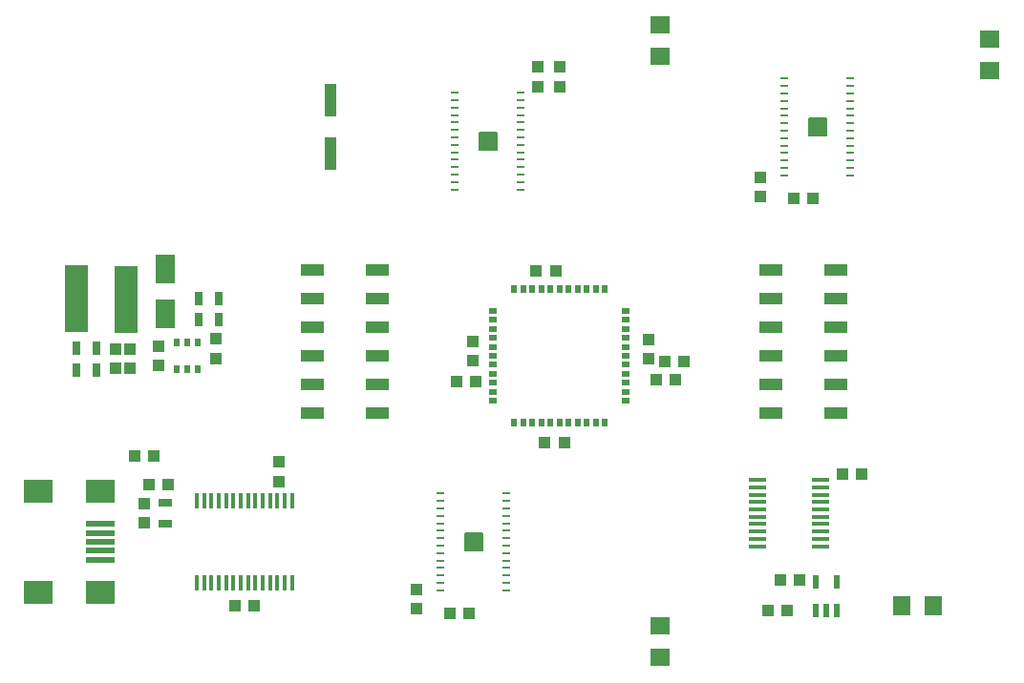
<source format=gtp>
G75*
G70*
%OFA0B0*%
%FSLAX24Y24*%
%IPPOS*%
%LPD*%
%AMOC8*
5,1,8,0,0,1.08239X$1,22.5*
%
%ADD10R,0.0315X0.0098*%
%ADD11C,0.0050*%
%ADD12R,0.0394X0.0433*%
%ADD13R,0.0315X0.0472*%
%ADD14R,0.0137X0.0550*%
%ADD15R,0.0433X0.0394*%
%ADD16R,0.0984X0.0197*%
%ADD17R,0.0984X0.0787*%
%ADD18R,0.0472X0.0315*%
%ADD19R,0.0630X0.0118*%
%ADD20R,0.0213X0.0315*%
%ADD21R,0.0315X0.0213*%
%ADD22R,0.0248X0.0315*%
%ADD23R,0.0217X0.0472*%
%ADD24R,0.0787X0.0394*%
%ADD25R,0.0394X0.1161*%
%ADD26R,0.0709X0.0630*%
%ADD27R,0.0630X0.0709*%
%ADD28R,0.0787X0.2362*%
%ADD29R,0.0669X0.0984*%
D10*
X016814Y007012D03*
X016814Y007272D03*
X016814Y007532D03*
X016814Y007792D03*
X016814Y008052D03*
X016814Y008312D03*
X016814Y008572D03*
X016811Y008832D03*
X016814Y009092D03*
X016814Y009352D03*
X016814Y009612D03*
X016814Y009872D03*
X016814Y010132D03*
X016814Y010392D03*
X019114Y010392D03*
X019114Y010132D03*
X019114Y009872D03*
X019114Y009612D03*
X019114Y009352D03*
X019114Y009092D03*
X019116Y008832D03*
X019114Y008572D03*
X019114Y008312D03*
X019114Y008052D03*
X019114Y007792D03*
X019114Y007532D03*
X019114Y007272D03*
X019114Y007012D03*
X019614Y021016D03*
X019614Y021276D03*
X019614Y021536D03*
X019614Y021796D03*
X019614Y022056D03*
X019614Y022316D03*
X019616Y022576D03*
X019614Y022836D03*
X019614Y023096D03*
X019614Y023356D03*
X019614Y023616D03*
X019614Y023876D03*
X019614Y024136D03*
X019614Y024396D03*
X017314Y024396D03*
X017314Y024136D03*
X017314Y023876D03*
X017314Y023616D03*
X017314Y023356D03*
X017314Y023096D03*
X017314Y022836D03*
X017311Y022576D03*
X017314Y022316D03*
X017314Y022056D03*
X017314Y021796D03*
X017314Y021536D03*
X017314Y021276D03*
X017314Y021016D03*
X028814Y021512D03*
X028814Y021772D03*
X028814Y022032D03*
X028814Y022292D03*
X028814Y022552D03*
X028814Y022812D03*
X028814Y023072D03*
X028811Y023332D03*
X028814Y023592D03*
X028814Y023852D03*
X028814Y024112D03*
X028814Y024372D03*
X028814Y024632D03*
X028814Y024892D03*
X031114Y024892D03*
X031114Y024632D03*
X031114Y024372D03*
X031114Y024112D03*
X031114Y023852D03*
X031114Y023592D03*
X031116Y023332D03*
X031114Y023072D03*
X031114Y022812D03*
X031114Y022552D03*
X031114Y022292D03*
X031114Y022032D03*
X031114Y021772D03*
X031114Y021512D03*
D11*
X030259Y022908D02*
X029668Y022908D01*
X029668Y023499D01*
X030259Y023499D01*
X030259Y022908D01*
X030259Y022917D02*
X029668Y022917D01*
X029668Y022965D02*
X030259Y022965D01*
X030259Y023014D02*
X029668Y023014D01*
X029668Y023062D02*
X030259Y023062D01*
X030259Y023111D02*
X029668Y023111D01*
X029668Y023159D02*
X030259Y023159D01*
X030259Y023208D02*
X029668Y023208D01*
X029668Y023256D02*
X030259Y023256D01*
X030259Y023305D02*
X029668Y023305D01*
X029668Y023353D02*
X030259Y023353D01*
X030259Y023402D02*
X029668Y023402D01*
X029668Y023450D02*
X030259Y023450D01*
X030259Y023499D02*
X029668Y023499D01*
X018759Y022999D02*
X018759Y022408D01*
X018168Y022408D01*
X018168Y022999D01*
X018759Y022999D01*
X018759Y022965D02*
X018168Y022965D01*
X018168Y022917D02*
X018759Y022917D01*
X018759Y022868D02*
X018168Y022868D01*
X018168Y022820D02*
X018759Y022820D01*
X018759Y022771D02*
X018168Y022771D01*
X018168Y022723D02*
X018759Y022723D01*
X018759Y022674D02*
X018168Y022674D01*
X018168Y022626D02*
X018759Y022626D01*
X018759Y022577D02*
X018168Y022577D01*
X018168Y022529D02*
X018759Y022529D01*
X018759Y022480D02*
X018168Y022480D01*
X018168Y022432D02*
X018759Y022432D01*
X018259Y008999D02*
X017668Y008999D01*
X017668Y008408D01*
X018259Y008408D01*
X018259Y008999D01*
X018259Y008997D02*
X017668Y008997D01*
X017668Y008949D02*
X018259Y008949D01*
X018259Y008900D02*
X017668Y008900D01*
X017668Y008852D02*
X018259Y008852D01*
X018259Y008803D02*
X017668Y008803D01*
X017668Y008755D02*
X018259Y008755D01*
X018259Y008706D02*
X017668Y008706D01*
X017668Y008658D02*
X018259Y008658D01*
X018259Y008609D02*
X017668Y008609D01*
X017668Y008561D02*
X018259Y008561D01*
X018259Y008512D02*
X017668Y008512D01*
X017668Y008464D02*
X018259Y008464D01*
X018259Y008415D02*
X017668Y008415D01*
D12*
X015964Y007038D03*
X015964Y006369D03*
X011164Y010819D03*
X011164Y011488D03*
X006964Y014869D03*
X006964Y015538D03*
X005964Y015438D03*
X005464Y015438D03*
X005464Y014769D03*
X005964Y014769D03*
X008964Y015119D03*
X008964Y015788D03*
X006464Y010038D03*
X006464Y009369D03*
X017938Y015037D03*
X017938Y015706D03*
X024088Y015756D03*
X024088Y015087D03*
X027964Y020769D03*
X027964Y021438D03*
X020964Y024619D03*
X020964Y025288D03*
X020214Y025288D03*
X020214Y024619D03*
D13*
X009068Y017204D03*
X008359Y017204D03*
X008359Y016454D03*
X009068Y016454D03*
X004818Y015454D03*
X004109Y015454D03*
X004109Y014704D03*
X004818Y014704D03*
D14*
X008300Y010143D03*
X008556Y010143D03*
X008812Y010143D03*
X009068Y010143D03*
X009324Y010143D03*
X009580Y010143D03*
X009836Y010143D03*
X010092Y010143D03*
X010347Y010143D03*
X010603Y010143D03*
X010859Y010143D03*
X011115Y010143D03*
X011371Y010143D03*
X011627Y010143D03*
X011627Y007264D03*
X011371Y007264D03*
X011115Y007264D03*
X010859Y007264D03*
X010603Y007264D03*
X010347Y007264D03*
X010092Y007264D03*
X009836Y007264D03*
X009580Y007264D03*
X009324Y007264D03*
X009068Y007264D03*
X008812Y007264D03*
X008556Y007264D03*
X008300Y007264D03*
D15*
X009629Y006454D03*
X010298Y006454D03*
X007298Y010704D03*
X006629Y010704D03*
X006798Y011704D03*
X006129Y011704D03*
X017129Y006204D03*
X017798Y006204D03*
X020454Y012172D03*
X021123Y012172D03*
X024329Y014354D03*
X024998Y014354D03*
X025298Y015004D03*
X024629Y015004D03*
X020823Y018172D03*
X020154Y018172D03*
X018048Y014304D03*
X017379Y014304D03*
X028229Y006304D03*
X028898Y006304D03*
X028679Y007354D03*
X029348Y007354D03*
X030829Y011054D03*
X031498Y011054D03*
X029798Y020704D03*
X029129Y020704D03*
D16*
X004948Y009334D03*
X004948Y009019D03*
X004948Y008704D03*
X004948Y008389D03*
X004948Y008074D03*
D17*
X002782Y006932D03*
X004948Y006932D03*
X004948Y010475D03*
X002782Y010475D03*
D18*
X007214Y010058D03*
X007214Y009349D03*
D19*
X027861Y009320D03*
X027861Y009576D03*
X027861Y009832D03*
X027861Y010088D03*
X027861Y010344D03*
X027861Y010599D03*
X027861Y010855D03*
X027861Y009064D03*
X027861Y008808D03*
X027861Y008552D03*
X030066Y008552D03*
X030066Y008808D03*
X030066Y009064D03*
X030066Y009320D03*
X030066Y009576D03*
X030066Y009832D03*
X030066Y010088D03*
X030066Y010344D03*
X030066Y010599D03*
X030066Y010855D03*
D20*
X022538Y012881D03*
X022223Y012881D03*
X021908Y012881D03*
X021594Y012881D03*
X021279Y012881D03*
X020964Y012881D03*
X020649Y012881D03*
X020334Y012881D03*
X020019Y012881D03*
X019704Y012881D03*
X019389Y012881D03*
X019389Y017527D03*
X019704Y017527D03*
X020019Y017527D03*
X020334Y017527D03*
X020649Y017527D03*
X020964Y017527D03*
X021279Y017527D03*
X021594Y017527D03*
X021908Y017527D03*
X022223Y017527D03*
X022538Y017527D03*
D21*
X023286Y016779D03*
X023286Y016464D03*
X023286Y016149D03*
X023286Y015834D03*
X023286Y015519D03*
X023286Y015204D03*
X023286Y014889D03*
X023286Y014574D03*
X023286Y014259D03*
X023286Y013944D03*
X023286Y013629D03*
X018641Y013629D03*
X018641Y013944D03*
X018641Y014259D03*
X018641Y014574D03*
X018641Y014889D03*
X018641Y015204D03*
X018641Y015519D03*
X018641Y015834D03*
X018641Y016149D03*
X018641Y016464D03*
X018641Y016779D03*
D22*
X008338Y015676D03*
X007964Y015676D03*
X007590Y015676D03*
X007590Y014731D03*
X007964Y014731D03*
X008338Y014731D03*
D23*
X029890Y007316D03*
X030638Y007316D03*
X030638Y006292D03*
X030264Y006292D03*
X029890Y006292D03*
D24*
X030604Y013204D03*
X030604Y014204D03*
X030604Y015204D03*
X030604Y016204D03*
X030604Y017204D03*
X030604Y018204D03*
X028324Y018204D03*
X028324Y017204D03*
X028324Y016204D03*
X028324Y015204D03*
X028324Y014204D03*
X028324Y013204D03*
X014604Y013204D03*
X014604Y014204D03*
X014604Y015204D03*
X014604Y016204D03*
X014604Y017204D03*
X014604Y018204D03*
X012324Y018204D03*
X012324Y017204D03*
X012324Y016204D03*
X012324Y015204D03*
X012324Y014204D03*
X012324Y013204D03*
D25*
X012964Y022259D03*
X012964Y024149D03*
D26*
X024464Y025653D03*
X024464Y026755D03*
X035964Y026255D03*
X035964Y025153D03*
X024464Y005755D03*
X024464Y004653D03*
D27*
X032912Y006454D03*
X034015Y006454D03*
D28*
X005830Y017184D03*
X004117Y017204D03*
D29*
X007214Y016666D03*
X007214Y018241D03*
M02*

</source>
